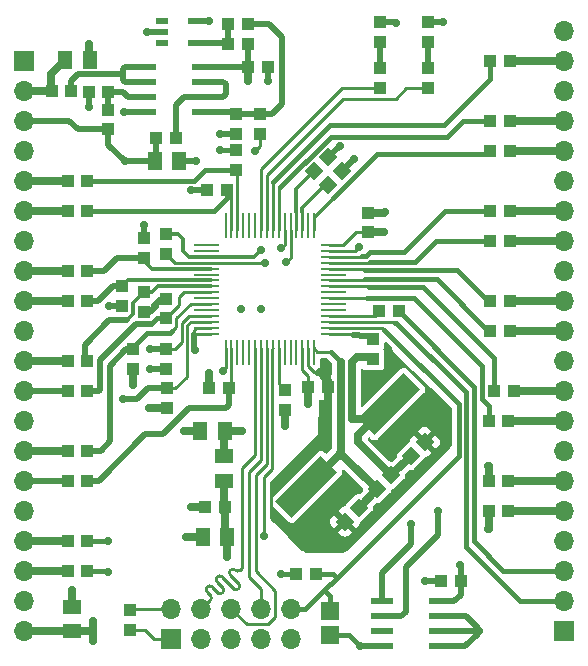
<source format=gbr>
%TF.GenerationSoftware,KiCad,Pcbnew,7.0.8*%
%TF.CreationDate,2024-01-04T13:35:50+01:00*%
%TF.ProjectId,OSSI_CM1,4f535349-5f43-44d3-912e-6b696361645f,rev?*%
%TF.SameCoordinates,Original*%
%TF.FileFunction,Copper,L1,Top*%
%TF.FilePolarity,Positive*%
%FSLAX46Y46*%
G04 Gerber Fmt 4.6, Leading zero omitted, Abs format (unit mm)*
G04 Created by KiCad (PCBNEW 7.0.8) date 2024-01-04 13:35:50*
%MOMM*%
%LPD*%
G01*
G04 APERTURE LIST*
G04 Aperture macros list*
%AMRotRect*
0 Rectangle, with rotation*
0 The origin of the aperture is its center*
0 $1 length*
0 $2 width*
0 $3 Rotation angle, in degrees counterclockwise*
0 Add horizontal line*
21,1,$1,$2,0,0,$3*%
G04 Aperture macros list end*
%TA.AperFunction,SMDPad,CuDef*%
%ADD10R,1.100000X1.100000*%
%TD*%
%TA.AperFunction,SMDPad,CuDef*%
%ADD11RotRect,1.100000X1.100000X225.000000*%
%TD*%
%TA.AperFunction,SMDPad,CuDef*%
%ADD12R,1.050000X0.600000*%
%TD*%
%TA.AperFunction,SMDPad,CuDef*%
%ADD13RotRect,1.100000X1.100000X45.000000*%
%TD*%
%TA.AperFunction,SMDPad,CuDef*%
%ADD14R,1.500000X1.250000*%
%TD*%
%TA.AperFunction,SMDPad,CuDef*%
%ADD15R,1.500000X1.500000*%
%TD*%
%TA.AperFunction,SMDPad,CuDef*%
%ADD16R,1.970000X0.600000*%
%TD*%
%TA.AperFunction,SMDPad,CuDef*%
%ADD17R,1.250000X1.500000*%
%TD*%
%TA.AperFunction,SMDPad,CuDef*%
%ADD18RotRect,5.500000X2.000000X45.000000*%
%TD*%
%TA.AperFunction,ComponentPad*%
%ADD19R,1.700000X1.700000*%
%TD*%
%TA.AperFunction,ComponentPad*%
%ADD20O,1.700000X1.700000*%
%TD*%
%TA.AperFunction,SMDPad,CuDef*%
%ADD21O,1.500000X0.250000*%
%TD*%
%TA.AperFunction,SMDPad,CuDef*%
%ADD22O,0.250000X1.500000*%
%TD*%
%TA.AperFunction,ViaPad*%
%ADD23C,0.700000*%
%TD*%
%TA.AperFunction,Conductor*%
%ADD24C,0.400000*%
%TD*%
%TA.AperFunction,Conductor*%
%ADD25C,0.250000*%
%TD*%
%TA.AperFunction,Conductor*%
%ADD26C,0.700000*%
%TD*%
%TA.AperFunction,Conductor*%
%ADD27C,0.500000*%
%TD*%
%TA.AperFunction,Conductor*%
%ADD28C,0.300000*%
%TD*%
G04 APERTURE END LIST*
D10*
%TO.P,R140,1,1*%
%TO.N,Net-(U102A-PTD0)*%
X153550000Y-79804000D03*
%TO.P,R140,2,2*%
%TO.N,Net-(H140-PadA)*%
X153550000Y-78127600D03*
%TD*%
%TO.P,H140,A,A*%
%TO.N,Net-(H140-PadA)*%
X153550000Y-75904000D03*
%TO.P,H140,K,K*%
%TO.N,GND*%
X153550000Y-74227600D03*
%TD*%
D11*
%TO.P,C102,1,1*%
%TO.N,GND*%
X153292443Y-109761556D03*
%TO.P,C102,2,2*%
%TO.N,Net-(C102-Pad2)*%
X152107049Y-110946950D03*
%TD*%
D10*
%TO.P,R124,1,1*%
%TO.N,Net-(U102A-PTC9)*%
X124738200Y-120650000D03*
%TO.P,R124,2,2*%
%TO.N,LED_Green_Ctrl*%
X123061800Y-120650000D03*
%TD*%
D12*
%TO.P,D101,1,NC*%
%TO.N,unconnected-(D101-NC-Pad1)*%
X131038200Y-74104000D03*
%TO.P,D101,2,GND*%
%TO.N,AGND*%
X131038200Y-75054000D03*
%TO.P,D101,3,NC*%
%TO.N,unconnected-(D101-NC-Pad3)*%
X131038200Y-76004000D03*
%TO.P,D101,4,K*%
%TO.N,Net-(D101-K)*%
X133738200Y-76004000D03*
%TO.P,D101,5,A*%
%TO.N,AGND*%
X133738200Y-74104000D03*
%TD*%
D10*
%TO.P,R114,1,1*%
%TO.N,Boost_T1*%
X160858200Y-105410000D03*
%TO.P,R114,2,2*%
%TO.N,Net-(U102A-PTB18)*%
X159181800Y-105410000D03*
%TD*%
%TO.P,R131,1,1*%
%TO.N,Net-(C119-Pad2)*%
X139350000Y-82015800D03*
%TO.P,R131,2,2*%
%TO.N,Net-(U102C-VREF_OUT)*%
X139350000Y-83692200D03*
%TD*%
%TO.P,R132,1,1*%
%TO.N,Net-(R132-Pad1)*%
X126526400Y-80104000D03*
%TO.P,R132,2,2*%
%TO.N,AGND*%
X124850000Y-80104000D03*
%TD*%
%TO.P,R115,1,1*%
%TO.N,Relay_Voltage_Ctrl*%
X160488200Y-100330000D03*
%TO.P,R115,2,2*%
%TO.N,Net-(U102A-PTB19)*%
X158811800Y-100330000D03*
%TD*%
%TO.P,R105,1,1*%
%TO.N,AC_Relay_Voltage*%
X123061800Y-102870000D03*
%TO.P,R105,2,2*%
%TO.N,Net-(U102C-ADC0_SE7a{slash}PTE19)*%
X124738200Y-102870000D03*
%TD*%
%TO.P,C115,1,1*%
%TO.N,GND*%
X154673600Y-121529001D03*
%TO.P,C115,2,2*%
%TO.N,+3V3*%
X156350000Y-121529001D03*
%TD*%
%TO.P,R123,1,1*%
%TO.N,Net-(U102A-PTC8)*%
X124738200Y-118110000D03*
%TO.P,R123,2,2*%
%TO.N,LED_Red_Ctrl*%
X123061800Y-118110000D03*
%TD*%
%TO.P,R116,1,1*%
%TO.N,Net-(U102B-XTAL0{slash}PTA19)*%
X148939008Y-101065800D03*
%TO.P,R116,2,2*%
%TO.N,Net-(C102-Pad2)*%
X148939008Y-102742200D03*
%TD*%
D13*
%TO.P,R121,1,1*%
%TO.N,Net-(U102A-PTC6)*%
X145107303Y-87996697D03*
%TO.P,R121,2,2*%
%TO.N,I2C_Clk*%
X146292697Y-86811303D03*
%TD*%
D10*
%TO.P,C106,1,1*%
%TO.N,AGND*%
X129500000Y-98742200D03*
%TO.P,C106,2,2*%
%TO.N,Net-(U102C-ADC0_SE7a{slash}PTE19)*%
X129500000Y-97065800D03*
%TD*%
D14*
%TO.P,L101,1,1*%
%TO.N,+3V3_ANA*%
X136336800Y-110979000D03*
%TO.P,L101,2,2*%
%TO.N,+3V3*%
X136336800Y-113029000D03*
%TD*%
D10*
%TO.P,R127,1,1*%
%TO.N,+3V3*%
X158711800Y-113030000D03*
%TO.P,R127,2,2*%
%TO.N,I2C_Clk*%
X160388200Y-113030000D03*
%TD*%
%TO.P,R102,1,1*%
%TO.N,DC_Link_Voltage*%
X123061800Y-95250000D03*
%TO.P,R102,2,2*%
%TO.N,Net-(U102C-ADC0_SE4a{slash}PTE16)*%
X124738200Y-95250000D03*
%TD*%
%TO.P,R104,1,1*%
%TO.N,AC_Current*%
X123061800Y-97790000D03*
%TO.P,R104,2,2*%
%TO.N,Net-(U102C-ADC0_SE6a{slash}PTE18)*%
X124738200Y-97790000D03*
%TD*%
%TO.P,R109,1,1*%
%TO.N,Relay_Ctrl_Voltage*%
X123061800Y-90170000D03*
%TO.P,R109,2,2*%
%TO.N,Net-(U102C-ADC0_SE7b{slash}PTD6)*%
X124738200Y-90170000D03*
%TD*%
%TO.P,C112,1,1*%
%TO.N,AGND*%
X134861800Y-88404000D03*
%TO.P,C112,2,2*%
%TO.N,Net-(U102C-ADC0_SE7b{slash}PTD6)*%
X136538200Y-88404000D03*
%TD*%
%TO.P,R118,1,1*%
%TO.N,Net-(U102A-PTC2)*%
X158811800Y-92710000D03*
%TO.P,R118,2,2*%
%TO.N,Bridge_T2*%
X160488200Y-92710000D03*
%TD*%
D15*
%TO.P,RESET0,1,1*%
%TO.N,GND*%
X145300000Y-126100000D03*
%TO.P,RESET0,2,2*%
%TO.N,/~{RESET}*%
X145300000Y-124100000D03*
%TD*%
D10*
%TO.P,R106,1,1*%
%TO.N,DC_Input_Voltage*%
X123061800Y-105410000D03*
%TO.P,R106,2,2*%
%TO.N,Net-(U102C-ADC0_DP0)*%
X124738200Y-105410000D03*
%TD*%
%TO.P,C116,1,1*%
%TO.N,AGND*%
X131450000Y-106892200D03*
%TO.P,C116,2,2*%
%TO.N,2V50_REF*%
X131450000Y-105215800D03*
%TD*%
%TO.P,C120,1,1*%
%TO.N,GND*%
X134736800Y-115297400D03*
%TO.P,C120,2,2*%
%TO.N,+3V3*%
X136413200Y-115297400D03*
%TD*%
D16*
%TO.P,U104,1,1*%
%TO.N,Net-(R135-Pad1)*%
X129613200Y-77999000D03*
%TO.P,U104,2,2*%
X129613200Y-79269000D03*
%TO.P,U104,3,3*%
%TO.N,Net-(R132-Pad1)*%
X129613200Y-80539000D03*
%TO.P,U104,4,4*%
%TO.N,AGND*%
X129613200Y-81809000D03*
%TO.P,U104,5,5*%
%TO.N,Net-(C119-Pad2)*%
X134563200Y-81809000D03*
%TO.P,U104,6,6*%
%TO.N,Net-(R134-Pad1)*%
X134563200Y-80539000D03*
%TO.P,U104,7,7*%
X134563200Y-79269000D03*
%TO.P,U104,8,8*%
%TO.N,+3V3_ANA*%
X134563200Y-77999000D03*
%TD*%
D10*
%TO.P,R119,1,1*%
%TO.N,Net-(U102A-PTC3)*%
X158811800Y-90170000D03*
%TO.P,R119,2,2*%
%TO.N,Bridge_T3*%
X160488200Y-90170000D03*
%TD*%
D17*
%TO.P,C124,1,1*%
%TO.N,AGND*%
X124925000Y-77404000D03*
%TO.P,C124,2,2*%
%TO.N,1V25_REF*%
X122875000Y-77404000D03*
%TD*%
D13*
%TO.P,R122,1,1*%
%TO.N,Net-(U102A-PTC7)*%
X143957303Y-86846697D03*
%TO.P,R122,2,2*%
%TO.N,I2C_Dat*%
X145142697Y-85661303D03*
%TD*%
D10*
%TO.P,R134,1,1*%
%TO.N,Net-(R134-Pad1)*%
X132226400Y-84004000D03*
%TO.P,R134,2,2*%
%TO.N,2V50_REF*%
X130550000Y-84004000D03*
%TD*%
%TO.P,C105,1,1*%
%TO.N,AGND*%
X127700000Y-98242200D03*
%TO.P,C105,2,2*%
%TO.N,Net-(U102C-ADC0_SE6a{slash}PTE18)*%
X127700000Y-96565800D03*
%TD*%
%TO.P,R133,1,1*%
%TO.N,Net-(R132-Pad1)*%
X126526400Y-81615800D03*
%TO.P,R133,2,2*%
%TO.N,2V50_REF*%
X126526400Y-83292200D03*
%TD*%
%TO.P,R120,1,1*%
%TO.N,Net-(U102A-PTC4)*%
X158861800Y-85090000D03*
%TO.P,R120,2,2*%
%TO.N,Bridge_T4*%
X160538200Y-85090000D03*
%TD*%
D16*
%TO.P,U103,1,SDA*%
%TO.N,I2C_Dat*%
X149675001Y-123224000D03*
%TO.P,U103,2,SCL*%
%TO.N,I2C_Clk*%
X149675001Y-124494000D03*
%TO.P,U103,3,~{O.S.}*%
%TO.N,unconnected-(U103-~{O.S.}-Pad3)*%
X149675001Y-125764000D03*
%TO.P,U103,4,GND*%
%TO.N,GND*%
X149675001Y-127034000D03*
%TO.P,U103,5,A2*%
X154625001Y-127034000D03*
%TO.P,U103,6,A1*%
X154625001Y-125764000D03*
%TO.P,U103,7,A0*%
X154625001Y-124494000D03*
%TO.P,U103,8,+VS*%
%TO.N,+3V3*%
X154625001Y-123224000D03*
%TD*%
D10*
%TO.P,R129,1,1*%
%TO.N,+3V3_ANA*%
X138338200Y-76054000D03*
%TO.P,R129,2,2*%
%TO.N,Net-(D101-K)*%
X136661800Y-76054000D03*
%TD*%
%TO.P,R107,1,1*%
%TO.N,DC_Current*%
X123061800Y-110490000D03*
%TO.P,R107,2,2*%
%TO.N,Net-(C109-Pad2)*%
X124738200Y-110490000D03*
%TD*%
%TO.P,H141,A,A*%
%TO.N,Net-(H141-PadA)*%
X149550000Y-75904000D03*
%TO.P,H141,K,K*%
%TO.N,GND*%
X149550000Y-74227600D03*
%TD*%
%TO.P,R135,1,1*%
%TO.N,Net-(R135-Pad1)*%
X123388200Y-80010000D03*
%TO.P,R135,2,2*%
%TO.N,1V25_REF*%
X121711800Y-80010000D03*
%TD*%
%TO.P,C109,1,1*%
%TO.N,AGND*%
X128600000Y-103592200D03*
%TO.P,C109,2,2*%
%TO.N,Net-(C109-Pad2)*%
X128600000Y-101915800D03*
%TD*%
D13*
%TO.P,R110,1,1*%
%TO.N,Net-(U102B-EXTAL0{slash}PTA18)*%
X149278622Y-113775378D03*
%TO.P,R110,2,2*%
%TO.N,Net-(C102-Pad2)*%
X150464016Y-112589984D03*
%TD*%
D10*
%TO.P,R111,1,1*%
%TO.N,+3V3*%
X141450000Y-107025400D03*
%TO.P,R111,2,2*%
%TO.N,Net-(U102A-PTA4)*%
X141450000Y-105349000D03*
%TD*%
D14*
%TO.P,C114,1,1*%
%TO.N,GND*%
X123424163Y-123706297D03*
%TO.P,C114,2,2*%
%TO.N,+3V3*%
X123424163Y-125756297D03*
%TD*%
D10*
%TO.P,R108,1,1*%
%TO.N,AC_Inverter_Voltage*%
X123061800Y-113030000D03*
%TO.P,R108,2,2*%
%TO.N,Net-(U102C-ADC0_SE23{slash}DAC0_OUT)*%
X124738200Y-113030000D03*
%TD*%
%TO.P,R126,1,1*%
%TO.N,Net-(U102A-PTC11)*%
X158811800Y-77470000D03*
%TO.P,R126,2,2*%
%TO.N,Grid_Relay_Ctrl*%
X160488200Y-77470000D03*
%TD*%
%TO.P,C103,1,1*%
%TO.N,AGND*%
X129500000Y-92465800D03*
%TO.P,C103,2,2*%
%TO.N,Net-(U102C-ADC0_SE4a{slash}PTE16)*%
X129500000Y-94142200D03*
%TD*%
D18*
%TO.P,Y101,1,1*%
%TO.N,Net-(U102B-EXTAL0{slash}PTA18)*%
X143286882Y-113544577D03*
%TO.P,Y101,2,2*%
%TO.N,Net-(C102-Pad2)*%
X150287240Y-106544219D03*
%TD*%
D10*
%TO.P,R141,1,1*%
%TO.N,Net-(U102A-PTD1)*%
X149550000Y-79804000D03*
%TO.P,R141,2,2*%
%TO.N,Net-(H141-PadA)*%
X149550000Y-78127600D03*
%TD*%
%TO.P,C108,1,1*%
%TO.N,GND*%
X145110303Y-105126540D03*
%TO.P,C108,2,2*%
%TO.N,+3V3*%
X143433903Y-105126540D03*
%TD*%
%TO.P,R128,1,1*%
%TO.N,+3V3*%
X158711800Y-115570000D03*
%TO.P,R128,2,2*%
%TO.N,I2C_Dat*%
X160388200Y-115570000D03*
%TD*%
%TO.P,C113,1,1*%
%TO.N,GND*%
X131400000Y-93842200D03*
%TO.P,C113,2,2*%
%TO.N,+3V3*%
X131400000Y-92165800D03*
%TD*%
%TO.P,C110,1,1*%
%TO.N,AGND*%
X135019332Y-105197250D03*
%TO.P,C110,2,2*%
%TO.N,Net-(U102C-ADC0_SE23{slash}DAC0_OUT)*%
X136695732Y-105197250D03*
%TD*%
D19*
%TO.P,X101,1,1*%
%TO.N,+3V3*%
X131850000Y-126454000D03*
D20*
%TO.P,X101,2,2*%
%TO.N,/JTAG_TMS{slash}SWD_DIO{slash}PTA3*%
X131850000Y-123914000D03*
%TO.P,X101,3,3*%
%TO.N,GND*%
X134390000Y-126454000D03*
%TO.P,X101,4,4*%
%TO.N,/JTAG_CLK{slash}SWD_CLK{slash}PTA0*%
X134390000Y-123914000D03*
%TO.P,X101,5,5*%
%TO.N,GND*%
X136930000Y-126454000D03*
%TO.P,X101,6,6*%
%TO.N,/JTAG_TDO{slash}TRACE_SWO{slash}PTA2*%
X136930000Y-123914000D03*
%TO.P,X101,7,7*%
%TO.N,unconnected-(X101-Pad7)*%
X139470000Y-126454000D03*
%TO.P,X101,8,8*%
%TO.N,Net-(U102B-JTAG_TDI{slash}PTA1)*%
X139470000Y-123914000D03*
%TO.P,X101,9,9*%
%TO.N,GND*%
X142010000Y-126454000D03*
%TO.P,X101,10,10*%
%TO.N,/~{RESET}*%
X142010000Y-123914000D03*
%TD*%
D10*
%TO.P,C104,1,1*%
%TO.N,AGND*%
X137350000Y-85054000D03*
%TO.P,C104,2,2*%
%TO.N,Net-(U102C-ADC0_SE6b{slash}PTD5)*%
X137350000Y-86730400D03*
%TD*%
%TO.P,R125,1,1*%
%TO.N,Net-(U102A-PTC10)*%
X158811800Y-82550000D03*
%TO.P,R125,2,2*%
%TO.N,Inv_Relay_Ctrl*%
X160488200Y-82550000D03*
%TD*%
%TO.P,R130,1,1*%
%TO.N,Net-(D101-K)*%
X136661800Y-74354000D03*
%TO.P,R130,2,2*%
%TO.N,Net-(C119-Pad2)*%
X138338200Y-74354000D03*
%TD*%
%TO.P,C107,1,1*%
%TO.N,AGND*%
X131400000Y-97615800D03*
%TO.P,C107,2,2*%
%TO.N,Net-(U102C-ADC0_DP0)*%
X131400000Y-99292200D03*
%TD*%
D17*
%TO.P,C123,1,1*%
%TO.N,AGND*%
X132475000Y-86004000D03*
%TO.P,C123,2,2*%
%TO.N,2V50_REF*%
X130425000Y-86004000D03*
%TD*%
D21*
%TO.P,U102,1,ADC1_SE4a/PTE0*%
%TO.N,unconnected-(U102C-ADC1_SE4a{slash}PTE0-Pad1)*%
X134441342Y-93080598D03*
X135191342Y-93080598D03*
%TO.P,U102,2,ADC1_SE5a/PTE1*%
%TO.N,unconnected-(U102C-ADC1_SE5a{slash}PTE1-Pad2)*%
X134441342Y-93580598D03*
X135191342Y-93580598D03*
%TO.P,U102,3,VDD*%
%TO.N,+3V3*%
X134441342Y-94080598D03*
X135191342Y-94080598D03*
%TO.P,U102,4,VSS*%
%TO.N,GND*%
X134441342Y-94580598D03*
X135191342Y-94580598D03*
%TO.P,U102,5,ADC0_SE4a/PTE16*%
%TO.N,Net-(U102C-ADC0_SE4a{slash}PTE16)*%
X134441342Y-95080598D03*
X135191342Y-95080598D03*
%TO.P,U102,6,ADC0_SE5a/PTE17*%
%TO.N,unconnected-(U102C-ADC0_SE5a{slash}PTE17-Pad6)*%
X134441342Y-95580598D03*
X135191342Y-95580598D03*
%TO.P,U102,7,ADC0_SE6a/PTE18*%
%TO.N,Net-(U102C-ADC0_SE6a{slash}PTE18)*%
X134441342Y-96080598D03*
X135191342Y-96080598D03*
%TO.P,U102,8,ADC0_SE7a/PTE19*%
%TO.N,Net-(U102C-ADC0_SE7a{slash}PTE19)*%
X134441342Y-96580598D03*
X135191342Y-96580598D03*
%TO.P,U102,9,ADC0_DP0*%
%TO.N,Net-(U102C-ADC0_DP0)*%
X134441342Y-97080598D03*
X135191342Y-97080598D03*
%TO.P,U102,10,ADC0_DM0*%
%TO.N,unconnected-(U102C-ADC0_DM0-Pad10)*%
X134441342Y-97580598D03*
X135191342Y-97580598D03*
%TO.P,U102,11,ADC1_DM0*%
%TO.N,Net-(C109-Pad2)*%
X134441342Y-98080598D03*
X135191342Y-98080598D03*
%TO.P,U102,12,ADC1_DM0*%
%TO.N,unconnected-(U102C-ADC1_DM0-Pad12)*%
X134441342Y-98580598D03*
X135191342Y-98580598D03*
%TO.P,U102,13,VDDA*%
%TO.N,+3V3_ANA*%
X134441342Y-99080598D03*
X135191342Y-99080598D03*
%TO.P,U102,14,VREFH*%
%TO.N,2V50_REF*%
X134441342Y-99580598D03*
X135191342Y-99580598D03*
%TO.P,U102,15,VREFL*%
%TO.N,AGND*%
X134441342Y-100080598D03*
X135191342Y-100080598D03*
%TO.P,U102,16,VSSA*%
X134441342Y-100580598D03*
X135191342Y-100580598D03*
D22*
%TO.P,U102,17,VREF_OUT*%
%TO.N,Net-(U102C-VREF_OUT)*%
X136441342Y-101830598D03*
X136441342Y-102580598D03*
%TO.P,U102,18,ADC0_SE23/DAC0_OUT*%
%TO.N,Net-(U102C-ADC0_SE23{slash}DAC0_OUT)*%
X136941342Y-101830598D03*
X136941342Y-102580598D03*
%TO.P,U102,19,ADC1_SE23*%
%TO.N,unconnected-(U102C-ADC1_SE23-Pad19)*%
X137441342Y-101830598D03*
X137441342Y-102580598D03*
%TO.P,U102,20,ADC0_SE17/PTE24*%
%TO.N,unconnected-(U102C-ADC0_SE17{slash}PTE24-Pad20)*%
X137941342Y-101830598D03*
X137941342Y-102580598D03*
%TO.P,U102,21,ADC0_SE18/PTE25*%
%TO.N,unconnected-(U102C-ADC0_SE18{slash}PTE25-Pad21)*%
X138441342Y-101830598D03*
X138441342Y-102580598D03*
%TO.P,U102,22,JTAG_CLK/PTA0*%
%TO.N,/JTAG_CLK{slash}SWD_CLK{slash}PTA0*%
X138941342Y-101830598D03*
X138941342Y-102580598D03*
%TO.P,U102,23,JTAG_TDI/PTA1*%
%TO.N,Net-(U102B-JTAG_TDI{slash}PTA1)*%
X139441342Y-101830598D03*
X139441342Y-102580598D03*
%TO.P,U102,24,JTAG_TDO/PTA2*%
%TO.N,/JTAG_TDO{slash}TRACE_SWO{slash}PTA2*%
X139941342Y-101830598D03*
X139941342Y-102580598D03*
%TO.P,U102,25,JTAG_TMS/PTA3*%
%TO.N,/JTAG_TMS{slash}SWD_DIO{slash}PTA3*%
X140441342Y-101830598D03*
X140441342Y-102580598D03*
%TO.P,U102,26,PTA4*%
%TO.N,Net-(U102A-PTA4)*%
X140941342Y-101830598D03*
X140941342Y-102580598D03*
%TO.P,U102,27,PTA5*%
%TO.N,unconnected-(U102A-PTA5-Pad27)*%
X141441342Y-101830598D03*
X141441342Y-102580598D03*
%TO.P,U102,28,PTA12*%
%TO.N,unconnected-(U102A-PTA12-Pad28)*%
X141941342Y-101830598D03*
X141941342Y-102580598D03*
%TO.P,U102,29,PTA13*%
%TO.N,unconnected-(U102A-PTA13-Pad29)*%
X142441342Y-101830598D03*
X142441342Y-102580598D03*
%TO.P,U102,30,VDD*%
%TO.N,+3V3*%
X142941342Y-101830598D03*
X142941342Y-102580598D03*
%TO.P,U102,31,VSS*%
%TO.N,GND*%
X143441342Y-101830598D03*
X143441342Y-102580598D03*
%TO.P,U102,32,EXTAL0/PTA18*%
%TO.N,Net-(U102B-EXTAL0{slash}PTA18)*%
X143941342Y-101830598D03*
X143941342Y-102580598D03*
D21*
%TO.P,U102,33,XTAL0/PTA19*%
%TO.N,Net-(U102B-XTAL0{slash}PTA19)*%
X145191342Y-100580598D03*
X145941342Y-100580598D03*
%TO.P,U102,34,~{RESET}*%
%TO.N,/~{RESET}*%
X145191342Y-100080598D03*
X145941342Y-100080598D03*
%TO.P,U102,35,PTB0*%
%TO.N,UART_RX*%
X145191342Y-99580598D03*
X145941342Y-99580598D03*
%TO.P,U102,36,PTB1*%
%TO.N,Net-(U102A-PTB1)*%
X145191342Y-99080598D03*
X145941342Y-99080598D03*
%TO.P,U102,37,PTB2*%
%TO.N,unconnected-(U102A-PTB2-Pad37)*%
X145191342Y-98580598D03*
X145941342Y-98580598D03*
%TO.P,U102,38,PTB3*%
%TO.N,unconnected-(U102A-PTB3-Pad38)*%
X145191342Y-98080598D03*
X145941342Y-98080598D03*
%TO.P,U102,39,PTB16*%
%TO.N,Net-(U102A-PTB16)*%
X145191342Y-97580598D03*
X145941342Y-97580598D03*
%TO.P,U102,40,PTB17*%
%TO.N,unconnected-(U102A-PTB17-Pad40)*%
X145191342Y-97080598D03*
X145941342Y-97080598D03*
%TO.P,U102,41,PTB18*%
%TO.N,Net-(U102A-PTB18)*%
X145191342Y-96580598D03*
X145941342Y-96580598D03*
%TO.P,U102,42,PTB19*%
%TO.N,Net-(U102A-PTB19)*%
X145191342Y-96080598D03*
X145941342Y-96080598D03*
%TO.P,U102,43,PTC0*%
%TO.N,unconnected-(U102A-PTC0-Pad43)*%
X145191342Y-95580598D03*
X145941342Y-95580598D03*
%TO.P,U102,44,PTC1*%
%TO.N,Net-(U102A-PTC1)*%
X145191342Y-95080598D03*
X145941342Y-95080598D03*
%TO.P,U102,45,PTC2*%
%TO.N,Net-(U102A-PTC2)*%
X145191342Y-94580598D03*
X145941342Y-94580598D03*
%TO.P,U102,46,PTC3*%
%TO.N,Net-(U102A-PTC3)*%
X145191342Y-94080598D03*
X145941342Y-94080598D03*
%TO.P,U102,47,VSS*%
%TO.N,GND*%
X145191342Y-93580598D03*
X145941342Y-93580598D03*
%TO.P,U102,48,VDD*%
%TO.N,+3V3*%
X145191342Y-93080598D03*
X145941342Y-93080598D03*
D22*
%TO.P,U102,49,PTC4*%
%TO.N,Net-(U102A-PTC4)*%
X143941342Y-91080598D03*
X143941342Y-91830598D03*
%TO.P,U102,50,PTC5*%
%TO.N,unconnected-(U102A-PTC5-Pad50)*%
X143441342Y-91080598D03*
X143441342Y-91830598D03*
%TO.P,U102,51,PTC6*%
%TO.N,Net-(U102A-PTC6)*%
X142941342Y-91080598D03*
X142941342Y-91830598D03*
%TO.P,U102,52,PTC7*%
%TO.N,Net-(U102A-PTC7)*%
X142441342Y-91080598D03*
X142441342Y-91830598D03*
%TO.P,U102,53,PTC8*%
%TO.N,Net-(U102A-PTC8)*%
X141941342Y-91080598D03*
X141941342Y-91830598D03*
%TO.P,U102,54,PTC9*%
%TO.N,Net-(U102A-PTC9)*%
X141441342Y-91080598D03*
X141441342Y-91830598D03*
%TO.P,U102,55,PTC10*%
%TO.N,Net-(U102A-PTC10)*%
X140941342Y-91080598D03*
X140941342Y-91830598D03*
%TO.P,U102,56,PTC11*%
%TO.N,Net-(U102A-PTC11)*%
X140441342Y-91080598D03*
X140441342Y-91830598D03*
%TO.P,U102,57,PTD0*%
%TO.N,Net-(U102A-PTD0)*%
X139941342Y-91080598D03*
X139941342Y-91830598D03*
%TO.P,U102,58,PTD1*%
%TO.N,Net-(U102A-PTD1)*%
X139441342Y-91080598D03*
X139441342Y-91830598D03*
%TO.P,U102,59,PTD2*%
%TO.N,unconnected-(U102A-PTD2-Pad59)*%
X138941342Y-91080598D03*
X138941342Y-91830598D03*
%TO.P,U102,60,PTD3*%
%TO.N,unconnected-(U102A-PTD3-Pad60)*%
X138441342Y-91080598D03*
X138441342Y-91830598D03*
%TO.P,U102,61,PTD4*%
%TO.N,unconnected-(U102A-PTD4-Pad61)*%
X137941342Y-91080598D03*
X137941342Y-91830598D03*
%TO.P,U102,62,ADC0_SE6b/PTD5*%
%TO.N,Net-(U102C-ADC0_SE6b{slash}PTD5)*%
X137441342Y-91080598D03*
X137441342Y-91830598D03*
%TO.P,U102,63,ADC0_SE7b/PTD6*%
%TO.N,Net-(U102C-ADC0_SE7b{slash}PTD6)*%
X136941342Y-91080598D03*
X136941342Y-91830598D03*
%TO.P,U102,64,PTD7*%
%TO.N,unconnected-(U102A-PTD7-Pad64)*%
X136441342Y-91080598D03*
X136441342Y-91830598D03*
%TD*%
D10*
%TO.P,C117,1,1*%
%TO.N,AGND*%
X131400000Y-103542200D03*
%TO.P,C117,2,2*%
%TO.N,+3V3_ANA*%
X131400000Y-101865800D03*
%TD*%
%TO.P,C119,1,1*%
%TO.N,AGND*%
X137350000Y-83692200D03*
%TO.P,C119,2,2*%
%TO.N,Net-(C119-Pad2)*%
X137350000Y-82015800D03*
%TD*%
D17*
%TO.P,C118,1,1*%
%TO.N,AGND*%
X134311800Y-108804000D03*
%TO.P,C118,2,2*%
%TO.N,+3V3_ANA*%
X136361800Y-108804000D03*
%TD*%
D10*
%TO.P,R103,1,1*%
%TO.N,AC_Grid_Voltage*%
X123061800Y-87630000D03*
%TO.P,R103,2,2*%
%TO.N,Net-(U102C-ADC0_SE6b{slash}PTD5)*%
X124738200Y-87630000D03*
%TD*%
%TO.P,R112,1,1*%
%TO.N,UART_TX*%
X151088200Y-98704000D03*
%TO.P,R112,2,2*%
%TO.N,Net-(U102A-PTB1)*%
X149411800Y-98704000D03*
%TD*%
D13*
%TO.P,C101,1,1*%
%TO.N,GND*%
X146564606Y-116489394D03*
%TO.P,C101,2,2*%
%TO.N,Net-(U102B-EXTAL0{slash}PTA18)*%
X147750000Y-115304000D03*
%TD*%
D10*
%TO.P,C111,1,1*%
%TO.N,GND*%
X148497561Y-90327600D03*
%TO.P,C111,2,2*%
%TO.N,+3V3*%
X148497561Y-92004000D03*
%TD*%
%TO.P,R101,1,1*%
%TO.N,+3V3*%
X128370000Y-125652200D03*
%TO.P,R101,2,2*%
%TO.N,/JTAG_TMS{slash}SWD_DIO{slash}PTA3*%
X128370000Y-123975800D03*
%TD*%
%TO.P,R136,1,1*%
%TO.N,+3V3*%
X142400000Y-120900000D03*
%TO.P,R136,2,2*%
%TO.N,/~{RESET}*%
X144076400Y-120900000D03*
%TD*%
%TO.P,R117,1,1*%
%TO.N,Net-(U102A-PTC1)*%
X158811800Y-97790000D03*
%TO.P,R117,2,2*%
%TO.N,Bridge_T1*%
X160488200Y-97790000D03*
%TD*%
%TO.P,C122,1,1*%
%TO.N,AGND*%
X140026400Y-78004000D03*
%TO.P,C122,2,2*%
%TO.N,+3V3_ANA*%
X138350000Y-78004000D03*
%TD*%
%TO.P,R113,1,1*%
%TO.N,HISIDE_PWM_\u00B5C*%
X160388200Y-107950000D03*
%TO.P,R113,2,2*%
%TO.N,Net-(U102A-PTB16)*%
X158711800Y-107950000D03*
%TD*%
D17*
%TO.P,C121,1,1*%
%TO.N,GND*%
X134550000Y-117797400D03*
%TO.P,C121,2,2*%
%TO.N,+3V3*%
X136600000Y-117797400D03*
%TD*%
D19*
%TO.P,X201,1,Pin_1*%
%TO.N,+3V3_ANA*%
X119380000Y-77470000D03*
D20*
%TO.P,X201,2,Pin_2*%
%TO.N,1V25_REF*%
X119380000Y-80010000D03*
%TO.P,X201,3,Pin_3*%
%TO.N,2V50_REF*%
X119380000Y-82550000D03*
%TO.P,X201,4,Pin_4*%
%TO.N,AGND*%
X119380000Y-85090000D03*
%TO.P,X201,5,Pin_5*%
%TO.N,AC_Grid_Voltage*%
X119380000Y-87630000D03*
%TO.P,X201,6,Pin_6*%
%TO.N,Relay_Ctrl_Voltage*%
X119380000Y-90170000D03*
%TO.P,X201,7,Pin_7*%
%TO.N,AGND*%
X119380000Y-92710000D03*
%TO.P,X201,8,Pin_8*%
%TO.N,DC_Link_Voltage*%
X119380000Y-95250000D03*
%TO.P,X201,9,Pin_9*%
%TO.N,AC_Current*%
X119380000Y-97790000D03*
%TO.P,X201,10,Pin_10*%
%TO.N,AGND*%
X119380000Y-100330000D03*
%TO.P,X201,11,Pin_11*%
%TO.N,AC_Relay_Voltage*%
X119380000Y-102870000D03*
%TO.P,X201,12,Pin_12*%
%TO.N,DC_Input_Voltage*%
X119380000Y-105410000D03*
%TO.P,X201,13,Pin_13*%
%TO.N,AGND*%
X119380000Y-107950000D03*
%TO.P,X201,14,Pin_14*%
%TO.N,DC_Current*%
X119380000Y-110490000D03*
%TO.P,X201,15,Pin_15*%
%TO.N,AC_Inverter_Voltage*%
X119380000Y-113030000D03*
%TO.P,X201,16,Pin_16*%
%TO.N,AGND*%
X119380000Y-115570000D03*
%TO.P,X201,17,Pin_17*%
%TO.N,LED_Red_Ctrl*%
X119380000Y-118110000D03*
%TO.P,X201,18,Pin_18*%
%TO.N,LED_Green_Ctrl*%
X119380000Y-120650000D03*
%TO.P,X201,19,Pin_19*%
%TO.N,GND*%
X119380000Y-123190000D03*
%TO.P,X201,20,Pin_20*%
%TO.N,+3V3*%
X119380000Y-125730000D03*
%TD*%
D19*
%TO.P,X202,21,Pin_21*%
%TO.N,GND*%
X165100000Y-125730000D03*
D20*
%TO.P,X202,22,Pin_22*%
%TO.N,UART_RX*%
X165100000Y-123190000D03*
%TO.P,X202,23,Pin_23*%
%TO.N,UART_TX*%
X165100000Y-120650000D03*
%TO.P,X202,24,Pin_24*%
%TO.N,GND*%
X165100000Y-118110000D03*
%TO.P,X202,25,Pin_25*%
%TO.N,I2C_Dat*%
X165100000Y-115570000D03*
%TO.P,X202,26,Pin_26*%
%TO.N,I2C_Clk*%
X165100000Y-113030000D03*
%TO.P,X202,27,Pin_27*%
%TO.N,GND*%
X165100000Y-110490000D03*
%TO.P,X202,28,Pin_28*%
%TO.N,HISIDE_PWM_\u00B5C*%
X165100000Y-107950000D03*
%TO.P,X202,29,Pin_29*%
%TO.N,Boost_T1*%
X165100000Y-105410000D03*
%TO.P,X202,30,Pin_30*%
%TO.N,GND*%
X165100000Y-102870000D03*
%TO.P,X202,31,Pin_31*%
%TO.N,Relay_Voltage_Ctrl*%
X165100000Y-100330000D03*
%TO.P,X202,32,Pin_32*%
%TO.N,Bridge_T1*%
X165100000Y-97790000D03*
%TO.P,X202,33,Pin_33*%
%TO.N,GND*%
X165100000Y-95250000D03*
%TO.P,X202,34,Pin_34*%
%TO.N,Bridge_T2*%
X165100000Y-92710000D03*
%TO.P,X202,35,Pin_35*%
%TO.N,Bridge_T3*%
X165100000Y-90170000D03*
%TO.P,X202,36,Pin_36*%
%TO.N,GND*%
X165100000Y-87630000D03*
%TO.P,X202,37,Pin_37*%
%TO.N,Bridge_T4*%
X165100000Y-85090000D03*
%TO.P,X202,38,Pin_38*%
%TO.N,Inv_Relay_Ctrl*%
X165100000Y-82550000D03*
%TO.P,X202,39,Pin_39*%
%TO.N,GND*%
X165100000Y-80010000D03*
%TO.P,X202,40,Pin_40*%
%TO.N,Grid_Relay_Ctrl*%
X165100000Y-77470000D03*
%TO.P,X202,41,Pin_41*%
%TO.N,GND*%
X165100000Y-74930000D03*
%TD*%
D23*
%TO.N,GND*%
X147801944Y-127027056D03*
X144398000Y-103852000D03*
X145150000Y-106504000D03*
X133100000Y-117797400D03*
X149350000Y-104204000D03*
X154800000Y-108204000D03*
X154850000Y-74204000D03*
X139450000Y-98504000D03*
X133500000Y-115297400D03*
X153350000Y-121529000D03*
X145375000Y-118475000D03*
X123400000Y-122304000D03*
X157900000Y-125754000D03*
X150900000Y-74254000D03*
X147750000Y-93204000D03*
X139750000Y-94604000D03*
X149912107Y-90291893D03*
%TO.N,AGND*%
X136000000Y-83704000D03*
X133900000Y-86004000D03*
X124850000Y-81404000D03*
X136000000Y-85054000D03*
X135050000Y-74104000D03*
X130000000Y-106904000D03*
X135000000Y-103904000D03*
X133550000Y-88404000D03*
X126550000Y-98254000D03*
X130450000Y-98204000D03*
X124900000Y-76054000D03*
X137750000Y-98504000D03*
X129500000Y-91354000D03*
X133849500Y-101954000D03*
X132936800Y-108804000D03*
X130050000Y-103554000D03*
X140050000Y-79154000D03*
X127850000Y-81804000D03*
X128600000Y-104954000D03*
X129800000Y-75054000D03*
%TO.N,+3V3*%
X136600000Y-119510600D03*
X125249000Y-125730000D03*
X141100000Y-120900000D03*
X125249000Y-124938710D03*
X125241251Y-126582128D03*
X156300000Y-120179000D03*
X141450000Y-108363361D03*
X158700000Y-117154000D03*
X149862107Y-91991893D03*
X143450000Y-106504000D03*
X139400000Y-93504000D03*
X158700000Y-111804000D03*
%TO.N,2V50_REF*%
X127900000Y-86004000D03*
X127750000Y-106104000D03*
%TO.N,/JTAG_TMS{slash}SWD_DIO{slash}PTA3*%
X139700000Y-117754000D03*
%TO.N,I2C_Clk*%
X154425000Y-115579000D03*
X147350000Y-85754000D03*
%TO.N,I2C_Dat*%
X152168629Y-116704000D03*
X146100000Y-84704000D03*
%TO.N,Net-(U102A-PTC8)*%
X141600000Y-94504000D03*
X126447000Y-118157000D03*
%TO.N,Net-(U102A-PTC9)*%
X126477000Y-120727000D03*
X141150000Y-93354000D03*
%TO.N,Net-(U102C-VREF_OUT)*%
X136200000Y-103704000D03*
X138900000Y-85104000D03*
%TO.N,+3V3_ANA*%
X138350000Y-79154000D03*
X137836800Y-108804000D03*
X130050000Y-101854000D03*
%TD*%
D24*
%TO.N,GND*%
X146874888Y-126100000D02*
X147801944Y-127027056D01*
D25*
X147750000Y-93204000D02*
X147373402Y-93580598D01*
X140310232Y-116164232D02*
X140310232Y-113243768D01*
D26*
X134736800Y-115297400D02*
X133500000Y-115297400D01*
D25*
X143441342Y-103341994D02*
X143441342Y-101830598D01*
X131400000Y-93842200D02*
X132138398Y-94580598D01*
D26*
X149876400Y-90327600D02*
X149912107Y-90291893D01*
D27*
X157800000Y-125729000D02*
X157800000Y-125479000D01*
X156815000Y-124494000D02*
X154625000Y-124494000D01*
D25*
X145375000Y-118475000D02*
X142621000Y-118475000D01*
D27*
X157800000Y-125729000D02*
X157800000Y-125979000D01*
D26*
X144398000Y-103852000D02*
X145110303Y-104564303D01*
D27*
X149675000Y-127034000D02*
X147808888Y-127034000D01*
X156745000Y-127034000D02*
X154625000Y-127034000D01*
X157765000Y-125764000D02*
X157800000Y-125729000D01*
D25*
X147373402Y-93580598D02*
X145191342Y-93580598D01*
D24*
X145300000Y-126100000D02*
X146874888Y-126100000D01*
D25*
X132138398Y-94580598D02*
X135191342Y-94580598D01*
D27*
X157800000Y-125479000D02*
X156815000Y-124494000D01*
D26*
X134550000Y-117797400D02*
X133100000Y-117797400D01*
D27*
X157800000Y-125979000D02*
X156745000Y-127034000D01*
D26*
X123400000Y-123682134D02*
X123400000Y-122304000D01*
D25*
X144650000Y-107004000D02*
X145150000Y-106504000D01*
D27*
X154625000Y-125764000D02*
X157765000Y-125764000D01*
D25*
X135191342Y-94580598D02*
X139726598Y-94580598D01*
D27*
X147808888Y-127034000D02*
X147801944Y-127027056D01*
D28*
X139750000Y-94604000D02*
X139726598Y-94580598D01*
D26*
X123424163Y-123706297D02*
X123400000Y-123682134D01*
D27*
X153550000Y-74227600D02*
X154826400Y-74227600D01*
D25*
X144650000Y-108904000D02*
X144650000Y-107004000D01*
D26*
X145110303Y-104564303D02*
X145110303Y-105126540D01*
D27*
X154826400Y-74227600D02*
X154850000Y-74204000D01*
D25*
X144398000Y-103852000D02*
X143951348Y-103852000D01*
X142621000Y-118475000D02*
X140310232Y-116164232D01*
D26*
X148497561Y-90327600D02*
X149876400Y-90327600D01*
X145150000Y-105166237D02*
X145150000Y-106504000D01*
D25*
X143951348Y-103852000D02*
X143441342Y-103341994D01*
D27*
X149550000Y-74227600D02*
X150873600Y-74227600D01*
X154673600Y-121529000D02*
X153350000Y-121529000D01*
X150873600Y-74227600D02*
X150900000Y-74254000D01*
D25*
X140310232Y-113243768D02*
X144650000Y-108904000D01*
D24*
%TO.N,Net-(U102B-EXTAL0{slash}PTA18)*%
X146210303Y-102964303D02*
X145350000Y-102104000D01*
D25*
X144214744Y-102104000D02*
X145350000Y-102104000D01*
D26*
X146210303Y-110621156D02*
X146210303Y-102964303D01*
X145927459Y-110904000D02*
X146210303Y-110621156D01*
X146407244Y-110904000D02*
X149278622Y-113775378D01*
X145927459Y-110904000D02*
X146407244Y-110904000D01*
X149278622Y-113775378D02*
X147750000Y-115304000D01*
X143782267Y-113049192D02*
X145927459Y-110904000D01*
D25*
X143941342Y-101830598D02*
X144214744Y-102104000D01*
D26*
%TO.N,Net-(C102-Pad2)*%
X147583373Y-102570627D02*
X147150000Y-103004000D01*
X147650000Y-109775968D02*
X147650000Y-109181459D01*
X147150000Y-103004000D02*
X147150000Y-107804000D01*
X148939008Y-102570627D02*
X147583373Y-102570627D01*
X147150000Y-107804000D02*
X149027459Y-107804000D01*
X147650000Y-109181459D02*
X149791855Y-107039604D01*
X152107049Y-110946950D02*
X150464016Y-112589984D01*
X150464016Y-112589984D02*
X147650000Y-109775968D01*
D27*
%TO.N,AGND*%
X127855000Y-81809000D02*
X127850000Y-81804000D01*
X130061800Y-103542200D02*
X130050000Y-103554000D01*
X137350000Y-83692200D02*
X136011800Y-83692200D01*
X133750000Y-100604000D02*
X133750000Y-101954000D01*
X129500000Y-92465800D02*
X129500000Y-91354000D01*
X134911800Y-88404000D02*
X133550000Y-88404000D01*
D26*
X134311800Y-108804000D02*
X132936800Y-108804000D01*
D27*
X133750000Y-101954000D02*
X133849500Y-101954000D01*
D25*
X133750000Y-100254000D02*
X133750000Y-100604000D01*
D27*
X127700000Y-98242200D02*
X126561800Y-98242200D01*
D25*
X135191342Y-100580598D02*
X133773402Y-100580598D01*
D27*
X130350000Y-98204000D02*
X130350000Y-98404000D01*
X131400000Y-103542200D02*
X130061800Y-103542200D01*
X130011800Y-98742200D02*
X129500000Y-98742200D01*
X126561800Y-98242200D02*
X126550000Y-98254000D01*
D26*
X135019332Y-105197250D02*
X135019332Y-103923332D01*
D27*
X130938200Y-97615800D02*
X131400000Y-97615800D01*
X132475000Y-86004000D02*
X133900000Y-86004000D01*
X130350000Y-98404000D02*
X130011800Y-98742200D01*
X129613200Y-81809000D02*
X127855000Y-81809000D01*
D24*
X137350000Y-85054000D02*
X136000000Y-85054000D01*
D25*
X133773402Y-100580598D02*
X133750000Y-100604000D01*
D27*
X124850000Y-80104000D02*
X124850000Y-81404000D01*
D26*
X131438200Y-106904000D02*
X130000000Y-106904000D01*
D27*
X133738200Y-74104000D02*
X135050000Y-74104000D01*
D26*
X135019332Y-103923332D02*
X135000000Y-103904000D01*
D25*
X135191342Y-100080598D02*
X133923402Y-100080598D01*
D26*
X128600000Y-103592200D02*
X128600000Y-104954000D01*
D27*
X131038200Y-75054000D02*
X129800000Y-75054000D01*
X140026400Y-78004000D02*
X140026400Y-79130400D01*
X130350000Y-98204000D02*
X130938200Y-97615800D01*
D26*
X124900000Y-76054000D02*
X124900000Y-77379000D01*
D27*
X140026400Y-79130400D02*
X140050000Y-79154000D01*
D25*
X133923402Y-100080598D02*
X133750000Y-100254000D01*
D27*
X136011800Y-83692200D02*
X136000000Y-83704000D01*
%TO.N,Net-(U102C-ADC0_SE4a{slash}PTE16)*%
X124738200Y-95250000D02*
X126172003Y-95250000D01*
D28*
X130238398Y-95080598D02*
X135191342Y-95080598D01*
D27*
X127279803Y-94142200D02*
X129500000Y-94142200D01*
X126172003Y-95250000D02*
X127279803Y-94142200D01*
D28*
X130238398Y-95080598D02*
X129300000Y-94142200D01*
D24*
%TO.N,Net-(U102C-ADC0_SE6b{slash}PTD5)*%
X134673600Y-86730400D02*
X137350000Y-86730400D01*
X124738200Y-87630000D02*
X133774000Y-87630000D01*
D25*
X137441342Y-91830598D02*
X137441342Y-86821742D01*
D24*
X133774000Y-87630000D02*
X134673600Y-86730400D01*
D27*
%TO.N,Net-(U102C-ADC0_SE6a{slash}PTE18)*%
X125664000Y-97790000D02*
X124738200Y-97790000D01*
D28*
X127700000Y-96565800D02*
X128185202Y-96080598D01*
D27*
X127700000Y-96565800D02*
X126888200Y-96565800D01*
D28*
X128185202Y-96080598D02*
X135191342Y-96080598D01*
D27*
X126888200Y-96565800D02*
X125664000Y-97790000D01*
D28*
%TO.N,Net-(U102C-ADC0_SE7a{slash}PTE19)*%
X130238200Y-97065800D02*
X130723402Y-96580598D01*
X128600000Y-98954000D02*
X128100000Y-99454000D01*
X130238200Y-97065800D02*
X129500000Y-97065800D01*
D27*
X124550000Y-101504000D02*
X126600000Y-99454000D01*
D28*
X135191342Y-96580598D02*
X130723402Y-96580598D01*
D27*
X126600000Y-99454000D02*
X128100000Y-99454000D01*
D28*
X129500000Y-97065800D02*
X128600000Y-97965800D01*
X128600000Y-97965800D02*
X128600000Y-98954000D01*
D27*
X124550000Y-103004000D02*
X124550000Y-101504000D01*
D25*
%TO.N,Net-(U102C-ADC0_DP0)*%
X132500000Y-98192200D02*
X131400000Y-99292200D01*
X132500000Y-97504000D02*
X132500000Y-98192200D01*
D24*
X130153886Y-99754000D02*
X130615686Y-99292200D01*
D27*
X124738200Y-105410000D02*
X125744000Y-105410000D01*
D24*
X130615686Y-99292200D02*
X131400000Y-99292200D01*
D27*
X128900000Y-99754000D02*
X130153886Y-99754000D01*
X125850000Y-102804000D02*
X128900000Y-99754000D01*
D25*
X132923402Y-97080598D02*
X132500000Y-97504000D01*
X135191342Y-97080598D02*
X132923402Y-97080598D01*
D27*
X125850000Y-105304000D02*
X125850000Y-102804000D01*
X125744000Y-105410000D02*
X125850000Y-105304000D01*
D26*
%TO.N,+3V3*%
X136413200Y-115297400D02*
X136413200Y-117610600D01*
D25*
X129608200Y-125652200D02*
X128370000Y-125652200D01*
X142941342Y-101830598D02*
X142941342Y-103645342D01*
D28*
X135191342Y-94080598D02*
X138823402Y-94080598D01*
D26*
X141450000Y-107044639D02*
X141450000Y-108363361D01*
D25*
X145191342Y-93080598D02*
X146422182Y-93080598D01*
D26*
X143433903Y-106487903D02*
X143450000Y-106504000D01*
D25*
X130410000Y-126454000D02*
X129608200Y-125652200D01*
D27*
X155805000Y-123224000D02*
X156350000Y-122678999D01*
X156350000Y-120229000D02*
X156300000Y-120179000D01*
D26*
X123397866Y-125730000D02*
X119380000Y-125730000D01*
D25*
X143433903Y-104137903D02*
X143433903Y-105126540D01*
D28*
X131400000Y-92165800D02*
X132438200Y-92165800D01*
D26*
X158711800Y-113030000D02*
X158711800Y-111815800D01*
D25*
X142941342Y-103645342D02*
X143433903Y-104137903D01*
D28*
X132875000Y-92602600D02*
X132875000Y-93625000D01*
D25*
X131850000Y-126454000D02*
X130410000Y-126454000D01*
D26*
X125249000Y-124938710D02*
X125249000Y-125730000D01*
D24*
X142400000Y-120900000D02*
X141100000Y-120900000D01*
D26*
X125241251Y-126582128D02*
X125249000Y-126574379D01*
X125249000Y-126574379D02*
X125249000Y-125730000D01*
X123450460Y-125730000D02*
X123424163Y-125756297D01*
X136600000Y-119510600D02*
X136600000Y-117797400D01*
X136350000Y-115704000D02*
X136350000Y-113042200D01*
D27*
X156350000Y-122678999D02*
X156350000Y-121529001D01*
D25*
X146422182Y-93080598D02*
X147498780Y-92004000D01*
D26*
X158711800Y-115570000D02*
X158711800Y-117142200D01*
D27*
X156350000Y-121529001D02*
X156350000Y-120229000D01*
D26*
X158711800Y-117142200D02*
X158700000Y-117154000D01*
X123424163Y-125756297D02*
X123397866Y-125730000D01*
D25*
X147498780Y-92004000D02*
X148497561Y-92004000D01*
D28*
X132438200Y-92165800D02*
X132875000Y-92602600D01*
D26*
X158711800Y-111815800D02*
X158700000Y-111804000D01*
X143433903Y-105126540D02*
X143433903Y-106487903D01*
D28*
X138823402Y-94080598D02*
X139400000Y-93504000D01*
D26*
X148497561Y-92004000D02*
X149850000Y-92004000D01*
D28*
X133330598Y-94080598D02*
X135191342Y-94080598D01*
D26*
X149850000Y-92004000D02*
X149862107Y-91991893D01*
X125249000Y-125730000D02*
X123450460Y-125730000D01*
D28*
X132875000Y-93625000D02*
X133330598Y-94080598D01*
D27*
X154625000Y-123224000D02*
X155805000Y-123224000D01*
%TO.N,Net-(C109-Pad2)*%
X126650000Y-103315800D02*
X128050000Y-101915800D01*
D25*
X132275000Y-99279000D02*
X133473402Y-98080598D01*
D24*
X131747820Y-100504000D02*
X129823600Y-100504000D01*
X129823600Y-100504000D02*
X128600000Y-101727600D01*
D27*
X126650000Y-109709100D02*
X126650000Y-103315800D01*
D25*
X131923910Y-100327910D02*
X132275000Y-99976820D01*
X133473402Y-98080598D02*
X135191342Y-98080598D01*
D27*
X124738200Y-110490000D02*
X125869100Y-110490000D01*
X125869100Y-110490000D02*
X126650000Y-109709100D01*
X128050000Y-101915800D02*
X128600000Y-101915800D01*
D25*
X132275000Y-99976820D02*
X132275000Y-99279000D01*
D24*
X131923910Y-100327910D02*
X131747820Y-100504000D01*
D27*
%TO.N,Net-(U102C-ADC0_SE23{slash}DAC0_OUT)*%
X129625000Y-109104000D02*
X131150000Y-109104000D01*
X131150000Y-109104000D02*
X133350000Y-106904000D01*
D25*
X136941342Y-101830598D02*
X136941342Y-104951640D01*
D27*
X125699000Y-113030000D02*
X129625000Y-109104000D01*
X133350000Y-106904000D02*
X136450000Y-106904000D01*
X124738200Y-113030000D02*
X125699000Y-113030000D01*
X136450000Y-106904000D02*
X136695732Y-106658268D01*
X136695732Y-106658268D02*
X136695732Y-105197250D01*
D24*
%TO.N,Net-(U102C-ADC0_SE7b{slash}PTD6)*%
X124738200Y-90170000D02*
X135434000Y-90170000D01*
X136538200Y-89065800D02*
X136538200Y-88404000D01*
X135434000Y-90170000D02*
X136538200Y-89065800D01*
D25*
X136941342Y-91830598D02*
X136941342Y-88807142D01*
D27*
%TO.N,2V50_REF*%
X127750000Y-106104000D02*
X128950000Y-106104000D01*
X126526400Y-83292200D02*
X123932200Y-83292200D01*
X127900000Y-86004000D02*
X126526400Y-84630400D01*
X129838200Y-105215800D02*
X131450000Y-105215800D01*
X123932200Y-83292200D02*
X123190000Y-82550000D01*
D25*
X133175000Y-104229000D02*
X132188200Y-105215800D01*
X133175000Y-99879000D02*
X133175000Y-104229000D01*
D27*
X130550000Y-84004000D02*
X130550000Y-85879000D01*
D25*
X132188200Y-105215800D02*
X131450000Y-105215800D01*
D27*
X128950000Y-106104000D02*
X129838200Y-105215800D01*
D25*
X135191342Y-99580598D02*
X133473402Y-99580598D01*
D27*
X123190000Y-82550000D02*
X119380000Y-82550000D01*
D25*
X133473402Y-99580598D02*
X133175000Y-99879000D01*
D27*
X130425000Y-86004000D02*
X127900000Y-86004000D01*
X126526400Y-84630400D02*
X126526400Y-83292200D01*
%TO.N,Net-(C119-Pad2)*%
X141200000Y-81154000D02*
X140338200Y-82015800D01*
X140100000Y-74354000D02*
X141200000Y-75454000D01*
X140338200Y-82015800D02*
X139350000Y-82015800D01*
X141200000Y-75454000D02*
X141200000Y-81154000D01*
X138338200Y-74354000D02*
X140100000Y-74354000D01*
X134563200Y-81809000D02*
X137143200Y-81809000D01*
X139350000Y-82015800D02*
X137350000Y-82015800D01*
D26*
%TO.N,1V25_REF*%
X121650000Y-80042200D02*
X121650000Y-78629000D01*
X119464000Y-80010000D02*
X121711800Y-80010000D01*
X121650000Y-78629000D02*
X122875000Y-77404000D01*
D27*
%TO.N,Net-(D101-K)*%
X136661800Y-76054000D02*
X136661800Y-74354000D01*
X133738200Y-76004000D02*
X136050000Y-76004000D01*
%TO.N,Net-(H140-PadA)*%
X153550000Y-75904000D02*
X153550000Y-78127600D01*
%TO.N,Net-(H141-PadA)*%
X149550000Y-75904000D02*
X149550000Y-78127600D01*
D25*
%TO.N,/JTAG_TMS{slash}SWD_DIO{slash}PTA3*%
X140391342Y-101880598D02*
X140391342Y-112062658D01*
X140441342Y-101830598D02*
X140391342Y-101880598D01*
X131850000Y-123914000D02*
X128431800Y-123914000D01*
X139700000Y-112754000D02*
X139700000Y-117754000D01*
X140391342Y-112062658D02*
X139700000Y-112754000D01*
D26*
%TO.N,DC_Link_Voltage*%
X123061800Y-95250000D02*
X119380000Y-95250000D01*
%TO.N,AC_Grid_Voltage*%
X123061800Y-87630000D02*
X119380000Y-87630000D01*
%TO.N,AC_Current*%
X123061800Y-97790000D02*
X119380000Y-97790000D01*
%TO.N,AC_Relay_Voltage*%
X123061800Y-102870000D02*
X119380000Y-102870000D01*
D27*
%TO.N,DC_Input_Voltage*%
X123061800Y-105410000D02*
X119380000Y-105410000D01*
D26*
%TO.N,DC_Current*%
X123061800Y-110490000D02*
X119380000Y-110490000D01*
D27*
%TO.N,AC_Inverter_Voltage*%
X123061800Y-113030000D02*
X119380000Y-113030000D01*
D26*
%TO.N,Relay_Ctrl_Voltage*%
X123061800Y-90170000D02*
X119380000Y-90170000D01*
D25*
%TO.N,Net-(U102A-PTA4)*%
X140941342Y-101830598D02*
X140941342Y-104840342D01*
X140941342Y-104840342D02*
X141450000Y-105349000D01*
D24*
%TO.N,UART_TX*%
X157450000Y-105065800D02*
X151088200Y-98704000D01*
X157450000Y-118154000D02*
X157450000Y-105065800D01*
X165100000Y-120650000D02*
X159946000Y-120650000D01*
X159946000Y-120650000D02*
X157450000Y-118154000D01*
D25*
%TO.N,Net-(U102A-PTB1)*%
X145191342Y-99080598D02*
X149197002Y-99080598D01*
D26*
%TO.N,HISIDE_PWM_\u00B5C*%
X160642200Y-107950000D02*
X160508200Y-108084000D01*
X165100000Y-107950000D02*
X160642200Y-107950000D01*
D24*
%TO.N,Net-(U102A-PTB16)*%
X152426598Y-97580598D02*
X158161800Y-103315800D01*
X158161800Y-106091800D02*
X158750000Y-106680000D01*
X158161800Y-103315800D02*
X158161800Y-106091800D01*
X158750000Y-106680000D02*
X158750000Y-107911800D01*
X158750000Y-107911800D02*
X158711800Y-107950000D01*
X148400000Y-97580598D02*
X152426598Y-97580598D01*
D25*
X145191342Y-97580598D02*
X148400000Y-97580598D01*
D26*
%TO.N,Boost_T1*%
X165100000Y-105410000D02*
X160858200Y-105410000D01*
D25*
%TO.N,Net-(U102A-PTB18)*%
X145191342Y-96580598D02*
X148476598Y-96580598D01*
D24*
X148550000Y-96654000D02*
X148551598Y-96655598D01*
X148551598Y-96655598D02*
X153198402Y-96655598D01*
X159181800Y-102638996D02*
X159181800Y-105410000D01*
X153198402Y-96655598D02*
X159181800Y-102638996D01*
D25*
X148476598Y-96580598D02*
X148550000Y-96654000D01*
D26*
%TO.N,Relay_Voltage_Ctrl*%
X165100000Y-100330000D02*
X160632200Y-100330000D01*
X160632200Y-100330000D02*
X160498200Y-100464000D01*
D24*
%TO.N,Net-(U102A-PTB19)*%
X154338398Y-95980598D02*
X158687800Y-100330000D01*
X158687800Y-100330000D02*
X158811800Y-100330000D01*
D25*
X148276598Y-95980598D02*
X148176598Y-96080598D01*
X148176598Y-96080598D02*
X145191342Y-96080598D01*
D24*
X148276598Y-95980598D02*
X154338398Y-95980598D01*
D25*
%TO.N,Net-(U102B-XTAL0{slash}PTA19)*%
X147226598Y-100655598D02*
X147151598Y-100580598D01*
D27*
X147701598Y-100655598D02*
X147850000Y-100804000D01*
X147226598Y-100655598D02*
X147701598Y-100655598D01*
X147850000Y-100804000D02*
X148848781Y-100804000D01*
D25*
X147151598Y-100580598D02*
X145191342Y-100580598D01*
%TO.N,Net-(U102A-PTC1)*%
X148176598Y-95080598D02*
X148250000Y-95154000D01*
D24*
X158697800Y-97790000D02*
X156063398Y-95155598D01*
X158811800Y-97790000D02*
X158697800Y-97790000D01*
D25*
X145191342Y-95080598D02*
X148176598Y-95080598D01*
D24*
X156063398Y-95155598D02*
X148251598Y-95155598D01*
X148251598Y-95155598D02*
X148250000Y-95154000D01*
D26*
%TO.N,Bridge_T1*%
X160642200Y-97790000D02*
X160508200Y-97924000D01*
X165100000Y-97790000D02*
X160642200Y-97790000D01*
D25*
%TO.N,Net-(U102A-PTC2)*%
X148673402Y-94580598D02*
X148700000Y-94554000D01*
D24*
X152448402Y-94555598D02*
X148701598Y-94555598D01*
X154294000Y-92710000D02*
X152448402Y-94555598D01*
D25*
X145191342Y-94580598D02*
X148673402Y-94580598D01*
D24*
X158811800Y-92710000D02*
X154294000Y-92710000D01*
X148701598Y-94555598D02*
X148700000Y-94554000D01*
D26*
%TO.N,Bridge_T2*%
X165100000Y-92710000D02*
X160632200Y-92710000D01*
X160632200Y-92710000D02*
X160498200Y-92844000D01*
D24*
%TO.N,Net-(U102A-PTC3)*%
X151550000Y-93654000D02*
X155034000Y-90170000D01*
X148350000Y-94004000D02*
X148700000Y-93654000D01*
D25*
X148000000Y-94004000D02*
X147923402Y-94080598D01*
D24*
X148700000Y-93654000D02*
X151550000Y-93654000D01*
X148000000Y-94004000D02*
X148350000Y-94004000D01*
D25*
X147923402Y-94080598D02*
X145191342Y-94080598D01*
D24*
X155034000Y-90170000D02*
X158811800Y-90170000D01*
D26*
%TO.N,Bridge_T3*%
X165100000Y-90170000D02*
X160488200Y-90170000D01*
D24*
%TO.N,Net-(U102A-PTC4)*%
X158597800Y-85354000D02*
X149300000Y-85354000D01*
X158861800Y-85090000D02*
X158597800Y-85354000D01*
D25*
X143941342Y-91830598D02*
X143941342Y-90712658D01*
X143941342Y-90712658D02*
X145550000Y-89104000D01*
D24*
X149300000Y-85354000D02*
X145550000Y-89104000D01*
D26*
%TO.N,Bridge_T4*%
X160802200Y-85090000D02*
X160668200Y-85224000D01*
X165100000Y-85090000D02*
X160802200Y-85090000D01*
D25*
%TO.N,Net-(U102A-PTC6)*%
X142941342Y-91830598D02*
X142941342Y-90312658D01*
D28*
X142941342Y-90312658D02*
X142941342Y-89908658D01*
X142941342Y-89908658D02*
X144703303Y-88146697D01*
D27*
%TO.N,I2C_Clk*%
X146292697Y-86811303D02*
X147350000Y-85754000D01*
X154425000Y-117629000D02*
X151700000Y-120354000D01*
X151700000Y-120354000D02*
X151700000Y-124112198D01*
D26*
X165100000Y-113030000D02*
X160532200Y-113030000D01*
D27*
X154425000Y-115579000D02*
X154425000Y-117629000D01*
X151318198Y-124494000D02*
X149675000Y-124494000D01*
X151700000Y-124112198D02*
X151318198Y-124494000D01*
D26*
X160532200Y-113030000D02*
X160398200Y-113164000D01*
D25*
%TO.N,Net-(U102A-PTC7)*%
X142441342Y-91830598D02*
X142441342Y-90295342D01*
D28*
X143957303Y-86846697D02*
X142441342Y-88362658D01*
X142441342Y-88362658D02*
X142441342Y-90295342D01*
D27*
%TO.N,I2C_Dat*%
X152168629Y-116704000D02*
X152168629Y-118385371D01*
X149675000Y-120879000D02*
X149675000Y-123224000D01*
X152168629Y-118385371D02*
X149675000Y-120879000D01*
D26*
X165100000Y-115570000D02*
X160388200Y-115570000D01*
D27*
X145142697Y-85661303D02*
X146100000Y-84704000D01*
D25*
%TO.N,Net-(U102A-PTC8)*%
X141941342Y-94162658D02*
X141600000Y-94504000D01*
X141941342Y-91830598D02*
X141941342Y-94162658D01*
D24*
X126400000Y-118110000D02*
X124738200Y-118110000D01*
X126447000Y-118157000D02*
X126400000Y-118110000D01*
D26*
%TO.N,LED_Red_Ctrl*%
X123061800Y-118110000D02*
X119380000Y-118110000D01*
D24*
%TO.N,Net-(U102A-PTC9)*%
X126477000Y-120727000D02*
X126400000Y-120650000D01*
X126400000Y-120650000D02*
X124738200Y-120650000D01*
D25*
X141150000Y-93354000D02*
X141441342Y-93062658D01*
X141441342Y-93062658D02*
X141441342Y-91830598D01*
D26*
%TO.N,LED_Green_Ctrl*%
X123061800Y-120650000D02*
X119380000Y-120650000D01*
D24*
%TO.N,Net-(U102A-PTC10)*%
X156554000Y-82550000D02*
X155200000Y-83904000D01*
D25*
X140941342Y-91830598D02*
X140941342Y-88312658D01*
D24*
X155200000Y-83904000D02*
X145350000Y-83904000D01*
D25*
X140941342Y-88312658D02*
X141050000Y-88204000D01*
D24*
X158811800Y-82550000D02*
X156554000Y-82550000D01*
X145350000Y-83904000D02*
X141050000Y-88204000D01*
D26*
%TO.N,Inv_Relay_Ctrl*%
X160642200Y-82550000D02*
X160508200Y-82684000D01*
X165100000Y-82550000D02*
X160642200Y-82550000D01*
D24*
%TO.N,Net-(U102A-PTC11)*%
X158811800Y-77470000D02*
X158811800Y-78992200D01*
X158811800Y-78992200D02*
X154900000Y-82904000D01*
X154900000Y-82904000D02*
X145275000Y-82904000D01*
X145275000Y-82904000D02*
X140466342Y-87712658D01*
D25*
X140441342Y-91830598D02*
X140441342Y-87712658D01*
D26*
%TO.N,Grid_Relay_Ctrl*%
X165100000Y-77470000D02*
X160488200Y-77470000D01*
D25*
%TO.N,Net-(U102C-VREF_OUT)*%
X139350000Y-83692200D02*
X139350000Y-84654000D01*
X139350000Y-84654000D02*
X138900000Y-85104000D01*
X136441342Y-103462658D02*
X136200000Y-103704000D01*
X136441342Y-101830598D02*
X136441342Y-103462658D01*
D27*
%TO.N,Net-(R132-Pad1)*%
X129613200Y-80539000D02*
X128185000Y-80539000D01*
X127750000Y-80104000D02*
X126526400Y-80104000D01*
X126526400Y-80104000D02*
X126526400Y-81615800D01*
X128185000Y-80539000D02*
X127750000Y-80104000D01*
%TO.N,Net-(R134-Pad1)*%
X134563200Y-80539000D02*
X132915000Y-80539000D01*
X136265000Y-79269000D02*
X134563200Y-79269000D01*
X136450000Y-80304000D02*
X136450000Y-79454000D01*
X136450000Y-79454000D02*
X136265000Y-79269000D01*
X132915000Y-80539000D02*
X132226400Y-81227600D01*
X134563200Y-80539000D02*
X136215000Y-80539000D01*
X132226400Y-81227600D02*
X132226400Y-84004000D01*
X136215000Y-80539000D02*
X136450000Y-80304000D01*
%TO.N,Net-(R135-Pad1)*%
X127915000Y-79269000D02*
X129613200Y-79269000D01*
X129613200Y-77999000D02*
X127955000Y-77999000D01*
X127750000Y-78604000D02*
X127750000Y-79104000D01*
X127955000Y-77999000D02*
X127750000Y-78204000D01*
X127750000Y-79104000D02*
X127915000Y-79269000D01*
X127750000Y-78204000D02*
X127750000Y-78604000D01*
X127750000Y-78604000D02*
X123974610Y-78604000D01*
X123974610Y-78604000D02*
X123388200Y-79190410D01*
X123388200Y-79190410D02*
X123388200Y-80010000D01*
D25*
%TO.N,Net-(U102A-PTD0)*%
X150850000Y-80704000D02*
X146400000Y-80704000D01*
X151750000Y-79804000D02*
X150850000Y-80704000D01*
X139941342Y-87162658D02*
X139941342Y-91830598D01*
X146400000Y-80704000D02*
X139941342Y-87162658D01*
X153550000Y-79804000D02*
X151750000Y-79804000D01*
%TO.N,Net-(U102A-PTD1)*%
X146300000Y-79804000D02*
X149550000Y-79804000D01*
X139441342Y-91830598D02*
X139441342Y-86662658D01*
X139441342Y-86662658D02*
X146300000Y-79804000D01*
%TO.N,/JTAG_CLK{slash}SWD_CLK{slash}PTA0*%
X138941342Y-101830598D02*
X138941342Y-110862658D01*
X136144364Y-121169686D02*
X137134314Y-122159636D01*
X134871572Y-122442478D02*
X135154414Y-122725320D01*
X135720100Y-121593950D02*
X136215074Y-122088924D01*
X135790812Y-122513190D02*
X135295836Y-122018214D01*
X135154414Y-123149585D02*
X134390000Y-123914000D01*
X136851470Y-121028263D02*
X137558578Y-121735372D01*
X138941342Y-110862658D02*
X137850000Y-111954000D01*
X137850000Y-120454000D02*
X137700000Y-120604000D01*
X135154414Y-123149584D02*
X135154414Y-123149585D01*
X137850000Y-111954000D02*
X137850000Y-120454000D01*
X135154462Y-123149632D02*
G75*
G03*
X135154414Y-122725320I-212162J212132D01*
G01*
X136851438Y-120603968D02*
G75*
G03*
X136851470Y-121028264I212162J-212132D01*
G01*
X134871526Y-122018168D02*
G75*
G03*
X134871572Y-122442478I212174J-212132D01*
G01*
X135720082Y-121169668D02*
G75*
G03*
X135720100Y-121593950I212118J-212132D01*
G01*
X137275733Y-120604001D02*
G75*
G03*
X136851471Y-120604001I-212131J-212131D01*
G01*
X137134315Y-122159635D02*
G75*
G03*
X137558577Y-122159635I212131J212131D01*
G01*
X136215117Y-122513231D02*
G75*
G03*
X136215073Y-122088925I-212217J212131D01*
G01*
X137558574Y-122159632D02*
G75*
G03*
X137558578Y-121735372I-212174J212132D01*
G01*
X137275734Y-120604000D02*
G75*
G03*
X137700000Y-120604000I212133J212134D01*
G01*
X136144363Y-121169687D02*
G75*
G03*
X135720101Y-121169687I-212131J-212131D01*
G01*
X135790811Y-122513187D02*
G75*
G03*
X136215073Y-122513187I212131J212131D01*
G01*
X135295835Y-122018215D02*
G75*
G03*
X134871573Y-122018215I-212131J-212131D01*
G01*
%TO.N,Net-(U102B-JTAG_TDI{slash}PTA1)*%
X139441342Y-101830598D02*
X139441342Y-111262658D01*
X138450000Y-112254000D02*
X138450000Y-121154000D01*
X138450000Y-121154000D02*
X139470000Y-122174000D01*
X139470000Y-122174000D02*
X139470000Y-123914000D01*
X139441342Y-111262658D02*
X138450000Y-112254000D01*
%TO.N,/JTAG_TDO{slash}TRACE_SWO{slash}PTA2*%
X139941342Y-101830598D02*
X139941342Y-111612658D01*
X138220000Y-125204000D02*
X136930000Y-123914000D01*
X139941342Y-111612658D02*
X139000000Y-112554000D01*
X140645000Y-122339000D02*
X140645000Y-124598366D01*
X139000000Y-120694000D02*
X140645000Y-122339000D01*
X140645000Y-124598366D02*
X140039366Y-125204000D01*
X139000000Y-112554000D02*
X139000000Y-120694000D01*
X140039366Y-125204000D02*
X138220000Y-125204000D01*
D24*
%TO.N,/~{RESET}*%
X145300000Y-124100000D02*
X145300000Y-122800000D01*
X143190000Y-123914000D02*
X142010000Y-123914000D01*
X144802000Y-122302000D02*
X143190000Y-123914000D01*
X145852000Y-121252000D02*
X145500000Y-120900000D01*
D25*
X145191342Y-100080598D02*
X149713426Y-100080598D01*
D24*
X145500000Y-120900000D02*
X144076400Y-120900000D01*
X149868414Y-100235586D02*
X156200000Y-106567172D01*
X156200000Y-110904000D02*
X145852000Y-121252000D01*
X145852000Y-121252000D02*
X144802000Y-122302000D01*
X145300000Y-122800000D02*
X144802000Y-122302000D01*
D25*
X149713426Y-100080598D02*
X149868414Y-100235586D01*
D24*
X156200000Y-106567172D02*
X156200000Y-110904000D01*
%TO.N,UART_RX*%
X161336000Y-123190000D02*
X156800000Y-118654000D01*
X150900000Y-99654000D02*
X150826598Y-99654000D01*
X156800000Y-105554000D02*
X150900000Y-99654000D01*
D25*
X145191342Y-99580598D02*
X150826598Y-99580598D01*
D24*
X156800000Y-118654000D02*
X156800000Y-105554000D01*
X165100000Y-123190000D02*
X161336000Y-123190000D01*
D27*
%TO.N,+3V3_ANA*%
X138350000Y-78004000D02*
X138350000Y-76065800D01*
D25*
X132725000Y-99679000D02*
X132725000Y-101329000D01*
D26*
X136361800Y-108804000D02*
X137836800Y-108804000D01*
D25*
X135191342Y-99080598D02*
X133323402Y-99080598D01*
D27*
X131400000Y-101865800D02*
X130061800Y-101865800D01*
D25*
X132188200Y-101865800D02*
X131400000Y-101865800D01*
D27*
X134563200Y-77999000D02*
X138345000Y-77999000D01*
D25*
X133323402Y-99080598D02*
X132725000Y-99679000D01*
D27*
X130061800Y-101865800D02*
X130050000Y-101854000D01*
D25*
X132725000Y-101329000D02*
X132188200Y-101865800D01*
D26*
X136336800Y-110979000D02*
X136336800Y-108829000D01*
X138350000Y-78004000D02*
X138350000Y-79154000D01*
%TD*%
%TA.AperFunction,Conductor*%
%TO.N,GND*%
G36*
X150094709Y-101311563D02*
G01*
X150101188Y-101317595D01*
X150528756Y-101745163D01*
X150562241Y-101806486D01*
X150563675Y-101814265D01*
X150570038Y-101856257D01*
X150570039Y-101856259D01*
X150600000Y-102054000D01*
X150744573Y-102192195D01*
X150744574Y-102192196D01*
X155447281Y-106687431D01*
X155475693Y-106728502D01*
X155589594Y-106996093D01*
X155599500Y-107044656D01*
X155599500Y-109931871D01*
X155589949Y-109979594D01*
X155467824Y-110272474D01*
X155440915Y-110312573D01*
X146734081Y-118991429D01*
X146693902Y-119018206D01*
X146397748Y-119140599D01*
X146350387Y-119150000D01*
X143324781Y-119150000D01*
X143277122Y-119140475D01*
X142981968Y-119017594D01*
X142941631Y-118990484D01*
X141732263Y-117772352D01*
X141371160Y-117408632D01*
X145998920Y-117408632D01*
X146244873Y-117654585D01*
X146291508Y-117692165D01*
X146422287Y-117751891D01*
X146422292Y-117751892D01*
X146564606Y-117772352D01*
X146706919Y-117751892D01*
X146706924Y-117751891D01*
X146837703Y-117692165D01*
X146884338Y-117654585D01*
X147130291Y-117408632D01*
X147130291Y-117408631D01*
X146564607Y-116842947D01*
X146564606Y-116842947D01*
X145998920Y-117408631D01*
X145998920Y-117408632D01*
X141371160Y-117408632D01*
X140261503Y-116290933D01*
X140228239Y-116229489D01*
X140225500Y-116203569D01*
X140225500Y-115238036D01*
X140245185Y-115170997D01*
X140297989Y-115125242D01*
X140367147Y-115115298D01*
X140430703Y-115144323D01*
X140437167Y-115150342D01*
X141788536Y-116501710D01*
X141865356Y-116557524D01*
X141958189Y-116587687D01*
X141986008Y-116596726D01*
X141986009Y-116596726D01*
X141986012Y-116596727D01*
X141986015Y-116596727D01*
X142112875Y-116596727D01*
X142112878Y-116596727D01*
X142233535Y-116557524D01*
X142310354Y-116501711D01*
X142322671Y-116489394D01*
X145281647Y-116489394D01*
X145302107Y-116631707D01*
X145302108Y-116631712D01*
X145361834Y-116762491D01*
X145399414Y-116809126D01*
X145399418Y-116809130D01*
X145645366Y-117055079D01*
X145645367Y-117055079D01*
X146211053Y-116489394D01*
X146211053Y-116489393D01*
X145645367Y-115923708D01*
X145645366Y-115923708D01*
X145399418Y-116169656D01*
X145361834Y-116216296D01*
X145302108Y-116347075D01*
X145302107Y-116347080D01*
X145281647Y-116489394D01*
X142322671Y-116489394D01*
X146244015Y-112568049D01*
X146299829Y-112491230D01*
X146339032Y-112370573D01*
X146339032Y-112243707D01*
X146331840Y-112221574D01*
X146329846Y-112151736D01*
X146365926Y-112091903D01*
X146428626Y-112061074D01*
X146498041Y-112069038D01*
X146537453Y-112095577D01*
X148063986Y-113622110D01*
X148097471Y-113683433D01*
X148100305Y-113709791D01*
X148100305Y-113840965D01*
X148080620Y-113908004D01*
X148063986Y-113928646D01*
X147903268Y-114089364D01*
X147841945Y-114122849D01*
X147815587Y-114125683D01*
X147686563Y-114125683D01*
X147565910Y-114164886D01*
X147565904Y-114164889D01*
X147489097Y-114220694D01*
X147489088Y-114220701D01*
X146666699Y-115043090D01*
X146610885Y-115119910D01*
X146607521Y-115130265D01*
X146568082Y-115187939D01*
X146507239Y-115214682D01*
X146422291Y-115226895D01*
X146422287Y-115226896D01*
X146291508Y-115286622D01*
X146244868Y-115324206D01*
X145998920Y-115570154D01*
X145998920Y-115570155D01*
X146564606Y-116135841D01*
X147483843Y-117055079D01*
X147483844Y-117055079D01*
X147729797Y-116809126D01*
X147767377Y-116762491D01*
X147827103Y-116631712D01*
X147827104Y-116631707D01*
X147839316Y-116546763D01*
X147868340Y-116483207D01*
X147923739Y-116446477D01*
X147934090Y-116443114D01*
X148010909Y-116387301D01*
X148833300Y-115564909D01*
X148889114Y-115488090D01*
X148928317Y-115367433D01*
X148928317Y-115240567D01*
X148928317Y-115238412D01*
X148948002Y-115171373D01*
X148964636Y-115150731D01*
X149125353Y-114990014D01*
X149186676Y-114956529D01*
X149213034Y-114953695D01*
X149342052Y-114953695D01*
X149342055Y-114953695D01*
X149462712Y-114914492D01*
X149539531Y-114858679D01*
X150361922Y-114036287D01*
X150417736Y-113959468D01*
X150454706Y-113845680D01*
X150494143Y-113788006D01*
X150534317Y-113766069D01*
X150648106Y-113729098D01*
X150724925Y-113673285D01*
X151547316Y-112850893D01*
X151603130Y-112774074D01*
X151642333Y-112653417D01*
X151642333Y-112526551D01*
X151642333Y-112524395D01*
X151662018Y-112457356D01*
X151678652Y-112436714D01*
X151953781Y-112161586D01*
X152015104Y-112128101D01*
X152041462Y-112125267D01*
X152170479Y-112125267D01*
X152170482Y-112125267D01*
X152291139Y-112086064D01*
X152367958Y-112030251D01*
X153190349Y-111207859D01*
X153246163Y-111131040D01*
X153249525Y-111120689D01*
X153288957Y-111063016D01*
X153349812Y-111036266D01*
X153434756Y-111024054D01*
X153434761Y-111024053D01*
X153565540Y-110964327D01*
X153612175Y-110926747D01*
X153858128Y-110680794D01*
X153858128Y-110680793D01*
X153292443Y-110115109D01*
X152938890Y-109761556D01*
X153645996Y-109761556D01*
X154211680Y-110327241D01*
X154211681Y-110327241D01*
X154457634Y-110081288D01*
X154495214Y-110034653D01*
X154554940Y-109903874D01*
X154554941Y-109903869D01*
X154575401Y-109761556D01*
X154554941Y-109619242D01*
X154554940Y-109619237D01*
X154495214Y-109488458D01*
X154457634Y-109441823D01*
X154211681Y-109195870D01*
X154211680Y-109195870D01*
X153645996Y-109761555D01*
X153645996Y-109761556D01*
X152938890Y-109761556D01*
X152373204Y-109195870D01*
X152373203Y-109195870D01*
X152127255Y-109441818D01*
X152089671Y-109488458D01*
X152029945Y-109619237D01*
X152029944Y-109619241D01*
X152017731Y-109704189D01*
X151988706Y-109767744D01*
X151933316Y-109804471D01*
X151922958Y-109807836D01*
X151922953Y-109807839D01*
X151846146Y-109863644D01*
X151846137Y-109863651D01*
X151023748Y-110686040D01*
X150967936Y-110762857D01*
X150967935Y-110762860D01*
X150928732Y-110883513D01*
X150928732Y-111012537D01*
X150909047Y-111079576D01*
X150892413Y-111100218D01*
X150617283Y-111375348D01*
X150555960Y-111408833D01*
X150529602Y-111411667D01*
X150398428Y-111411667D01*
X150331389Y-111391982D01*
X150310747Y-111375348D01*
X149427826Y-110492427D01*
X148501791Y-109566391D01*
X148468308Y-109505071D01*
X148473292Y-109435379D01*
X148501853Y-109390972D01*
X148502565Y-109390261D01*
X148563911Y-109356819D01*
X148633599Y-109361853D01*
X148677865Y-109390323D01*
X148788894Y-109501352D01*
X148865714Y-109557166D01*
X148958547Y-109587329D01*
X148986366Y-109596368D01*
X148986367Y-109596368D01*
X148986370Y-109596369D01*
X148986373Y-109596369D01*
X149113233Y-109596369D01*
X149113236Y-109596369D01*
X149233893Y-109557166D01*
X149310712Y-109501353D01*
X149969748Y-108842317D01*
X152726757Y-108842317D01*
X153292443Y-109408003D01*
X153292444Y-109408003D01*
X153858128Y-108842317D01*
X153612175Y-108596364D01*
X153565540Y-108558784D01*
X153434761Y-108499058D01*
X153434756Y-108499057D01*
X153292443Y-108478597D01*
X153150129Y-108499057D01*
X153150124Y-108499058D01*
X153019345Y-108558784D01*
X152972705Y-108596368D01*
X152726757Y-108842316D01*
X152726757Y-108842317D01*
X149969748Y-108842317D01*
X153244373Y-105567691D01*
X153300187Y-105490872D01*
X153339390Y-105370215D01*
X153339390Y-105243349D01*
X153300187Y-105122693D01*
X153244374Y-105045873D01*
X151785586Y-103587086D01*
X151769962Y-103575734D01*
X151708768Y-103531273D01*
X151708766Y-103531272D01*
X151678602Y-103521471D01*
X151588113Y-103492069D01*
X151588110Y-103492069D01*
X151461244Y-103492069D01*
X151461240Y-103492069D01*
X151340587Y-103531272D01*
X151340581Y-103531275D01*
X151263774Y-103587080D01*
X151263765Y-103587087D01*
X148112181Y-106738672D01*
X148050858Y-106772157D01*
X147981166Y-106767173D01*
X147925233Y-106725301D01*
X147900816Y-106659837D01*
X147900500Y-106650991D01*
X147900500Y-103669447D01*
X147920185Y-103602408D01*
X147972989Y-103556653D01*
X148042147Y-103546709D01*
X148105703Y-103575734D01*
X148112181Y-103581766D01*
X148150660Y-103620245D01*
X148150662Y-103620246D01*
X148150666Y-103620250D01*
X148247905Y-103669796D01*
X148263706Y-103677847D01*
X148357483Y-103692699D01*
X148357489Y-103692700D01*
X149520526Y-103692699D01*
X149614312Y-103677846D01*
X149727350Y-103620250D01*
X149817058Y-103530542D01*
X149874654Y-103417504D01*
X149874654Y-103417502D01*
X149874655Y-103417501D01*
X149889507Y-103323724D01*
X149889508Y-103323719D01*
X149889507Y-102160682D01*
X149874654Y-102066896D01*
X149820336Y-101960292D01*
X149807441Y-101891626D01*
X149820335Y-101847708D01*
X149874654Y-101741104D01*
X149889508Y-101647319D01*
X149889507Y-101405275D01*
X149909191Y-101338237D01*
X149961995Y-101292482D01*
X150031154Y-101282538D01*
X150094709Y-101311563D01*
G37*
%TD.AperFunction*%
%TA.AperFunction,Conductor*%
G36*
X145041942Y-102649185D02*
G01*
X145062584Y-102665819D01*
X145423484Y-103026719D01*
X145456969Y-103088042D01*
X145459803Y-103114400D01*
X145459803Y-103952540D01*
X145440118Y-104019579D01*
X145387314Y-104065334D01*
X145367114Y-104069728D01*
X145360303Y-104076540D01*
X145360303Y-106176540D01*
X145370487Y-106186724D01*
X145402842Y-106196225D01*
X145448597Y-106249029D01*
X145459803Y-106300540D01*
X145459803Y-110256785D01*
X145440118Y-110323824D01*
X145425998Y-110341878D01*
X145389073Y-110381017D01*
X145365869Y-110404222D01*
X145365864Y-110404227D01*
X145071618Y-110698472D01*
X145010295Y-110731957D01*
X144940603Y-110726973D01*
X144896256Y-110698472D01*
X144785227Y-110587443D01*
X144708410Y-110531631D01*
X144708408Y-110531630D01*
X144678244Y-110521829D01*
X144587755Y-110492427D01*
X144587752Y-110492427D01*
X144460886Y-110492427D01*
X144460882Y-110492427D01*
X144340229Y-110531630D01*
X144340223Y-110531633D01*
X144263416Y-110587438D01*
X144263407Y-110587445D01*
X140437181Y-114413672D01*
X140375858Y-114447157D01*
X140306166Y-114442173D01*
X140250233Y-114400301D01*
X140225816Y-114334837D01*
X140225500Y-114325991D01*
X140225500Y-113186443D01*
X140245185Y-113119404D01*
X140262290Y-113098293D01*
X144157816Y-109244655D01*
X144157815Y-109244655D01*
X144300000Y-109104000D01*
X144329275Y-106293593D01*
X144349655Y-106226767D01*
X144402933Y-106181564D01*
X144466523Y-106171600D01*
X144512458Y-106176539D01*
X144512475Y-106176540D01*
X144860303Y-106176540D01*
X144860303Y-104076540D01*
X144512458Y-104076540D01*
X144452930Y-104082941D01*
X144452923Y-104082943D01*
X144318216Y-104133185D01*
X144318210Y-104133189D01*
X144314556Y-104135924D01*
X144249089Y-104160335D01*
X144180818Y-104145477D01*
X144156844Y-104128403D01*
X143951101Y-103941365D01*
X143914737Y-103881704D01*
X143916400Y-103811854D01*
X143955564Y-103753992D01*
X144009280Y-103728206D01*
X144118976Y-103705412D01*
X144247237Y-103638952D01*
X144352811Y-103540353D01*
X144427868Y-103416926D01*
X144466842Y-103277826D01*
X144466842Y-102753500D01*
X144486527Y-102686461D01*
X144539331Y-102640706D01*
X144590842Y-102629500D01*
X144974903Y-102629500D01*
X145041942Y-102649185D01*
G37*
%TD.AperFunction*%
%TD*%
M02*

</source>
